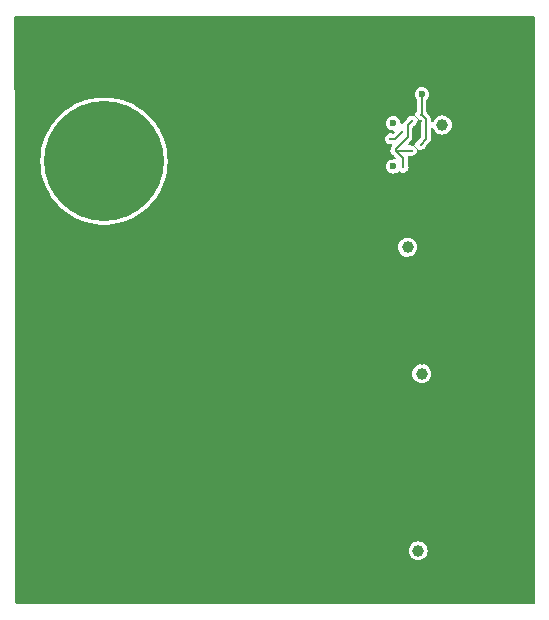
<source format=gbr>
%TF.GenerationSoftware,KiCad,Pcbnew,7.0.7*%
%TF.CreationDate,2024-02-20T21:30:14-08:00*%
%TF.ProjectId,GD_test,47445f74-6573-4742-9e6b-696361645f70,rev?*%
%TF.SameCoordinates,Original*%
%TF.FileFunction,Copper,L2,Bot*%
%TF.FilePolarity,Positive*%
%FSLAX46Y46*%
G04 Gerber Fmt 4.6, Leading zero omitted, Abs format (unit mm)*
G04 Created by KiCad (PCBNEW 7.0.7) date 2024-02-20 21:30:14*
%MOMM*%
%LPD*%
G01*
G04 APERTURE LIST*
%TA.AperFunction,ComponentPad*%
%ADD10C,10.160000*%
%TD*%
%TA.AperFunction,ViaPad*%
%ADD11C,1.000000*%
%TD*%
%TA.AperFunction,ViaPad*%
%ADD12C,0.600000*%
%TD*%
%TA.AperFunction,ViaPad*%
%ADD13C,0.300000*%
%TD*%
%TA.AperFunction,Conductor*%
%ADD14C,0.200000*%
%TD*%
%TA.AperFunction,Conductor*%
%ADD15C,0.100000*%
%TD*%
G04 APERTURE END LIST*
D10*
%TO.P,J6,1,Pin_1*%
%TO.N,GND*%
X111500000Y-96000000D03*
%TD*%
%TO.P,J5,1,Pin_1*%
%TO.N,+5V*%
X111500000Y-78500000D03*
%TD*%
D11*
%TO.N,Net-(U11-OUTH)*%
X138100000Y-111500000D03*
%TO.N,GND*%
X137800000Y-105500000D03*
X140900000Y-105500000D03*
D12*
X141600000Y-110600000D03*
X139800000Y-110600000D03*
X141000000Y-110600000D03*
X140400000Y-110600000D03*
X139200000Y-110600000D03*
X141600000Y-110000000D03*
X139800000Y-110000000D03*
X141000000Y-110000000D03*
X140400000Y-110000000D03*
X139200000Y-110000000D03*
X141600000Y-109400000D03*
X139800000Y-109400000D03*
X141000000Y-109400000D03*
X140400000Y-109400000D03*
X139200000Y-109400000D03*
X141600000Y-108800000D03*
X139800000Y-108800000D03*
X141000000Y-108800000D03*
X140400000Y-108800000D03*
X139200000Y-108800000D03*
X141600000Y-108200000D03*
X141000000Y-108200000D03*
X140400000Y-108200000D03*
X139800000Y-108200000D03*
X139200000Y-108200000D03*
X138300000Y-107100000D03*
X139000000Y-107100000D03*
X139700000Y-107100000D03*
X140400000Y-107100000D03*
X141100000Y-107100000D03*
X141800000Y-107100000D03*
X141800000Y-106500000D03*
X141100000Y-106500000D03*
X140400000Y-106500000D03*
X139700000Y-106500000D03*
X139000000Y-106500000D03*
X138300000Y-106500000D03*
D13*
%TO.N,+5V*%
X138300000Y-74600000D03*
D12*
X136000000Y-75300000D03*
D13*
X138300000Y-77100000D03*
D12*
X138400000Y-72850000D03*
X136000000Y-78950000D03*
D13*
%TO.N,GND*%
X140700000Y-77475000D03*
X138900000Y-97600000D03*
X139900000Y-77475000D03*
D11*
X125800000Y-115100000D03*
X133700000Y-81300000D03*
D13*
X133500000Y-75400000D03*
D11*
X131800000Y-70100000D03*
X120500000Y-85500000D03*
X113800000Y-70100000D03*
D13*
X130400000Y-109600000D03*
D11*
X104800000Y-88100000D03*
X125400000Y-78300000D03*
X104800000Y-67100000D03*
X104800000Y-100100000D03*
X124300000Y-73600000D03*
D13*
X138200000Y-86600000D03*
D11*
X137250000Y-84450000D03*
X126500000Y-110500000D03*
X104800000Y-70100000D03*
X104800000Y-73100000D03*
X121700000Y-79400000D03*
X120500000Y-94600000D03*
X120600000Y-78300000D03*
D13*
X131600000Y-97800000D03*
D11*
X121600000Y-95700000D03*
X121600000Y-105700000D03*
X143800000Y-100100000D03*
D13*
X138500000Y-99000000D03*
D11*
X125400000Y-90300000D03*
D12*
X129000000Y-83175000D03*
D13*
X135000000Y-109400000D03*
D11*
X140800000Y-112100000D03*
X146800000Y-88100000D03*
X143800000Y-103100000D03*
D13*
X136700000Y-98500000D03*
D11*
X104800000Y-106100000D03*
X140800000Y-85100000D03*
D13*
X139300000Y-99000000D03*
D11*
X125300000Y-95700000D03*
X107800000Y-109100000D03*
X134800000Y-70100000D03*
D13*
X140300000Y-77475000D03*
D11*
X143800000Y-112100000D03*
X126500000Y-89200000D03*
X134800000Y-91700000D03*
D13*
X140700000Y-76275000D03*
D12*
X136862500Y-96500000D03*
D11*
X143800000Y-67100000D03*
X120500000Y-106800000D03*
X110800000Y-88100000D03*
X135000000Y-82600000D03*
X140800000Y-94100000D03*
D13*
X131300000Y-87200000D03*
D11*
X143800000Y-70100000D03*
X126400000Y-85500000D03*
X125400000Y-79400000D03*
X122800000Y-67100000D03*
X120600000Y-79400000D03*
D13*
X133100000Y-75700000D03*
D11*
X137800000Y-100100000D03*
D13*
X140300000Y-76275000D03*
D11*
X120600000Y-100400000D03*
D13*
X141100000Y-76675000D03*
D11*
X107800000Y-103100000D03*
X125400000Y-111600000D03*
X146800000Y-67100000D03*
X125400000Y-74700000D03*
D13*
X130800000Y-109600000D03*
D11*
X126500000Y-79400000D03*
X113800000Y-103100000D03*
X116800000Y-112100000D03*
D12*
X129000000Y-105350000D03*
D13*
X130900000Y-86800000D03*
D11*
X121700000Y-100400000D03*
D13*
X138300000Y-80100000D03*
X130500000Y-86800000D03*
X139300000Y-98100000D03*
D11*
X143800000Y-94100000D03*
D13*
X133500000Y-85800000D03*
X130800000Y-98100000D03*
D11*
X125400000Y-89200000D03*
X126500000Y-100400000D03*
X122700000Y-105700000D03*
X129000000Y-90400000D03*
X128800000Y-112100000D03*
X146800000Y-82100000D03*
D13*
X132700000Y-86200000D03*
X133500000Y-108400000D03*
D11*
X125800000Y-67100000D03*
X134800000Y-100100000D03*
D13*
X135600000Y-97900000D03*
D11*
X119800000Y-115100000D03*
X121700000Y-73600000D03*
D13*
X138400000Y-87000000D03*
D11*
X121700000Y-111600000D03*
X140800000Y-67100000D03*
X126400000Y-95700000D03*
X126500000Y-111600000D03*
X107800000Y-70100000D03*
X120500000Y-95700000D03*
X107800000Y-106100000D03*
D13*
X137550000Y-79600000D03*
D11*
X104800000Y-97100000D03*
D13*
X138600000Y-86600000D03*
D11*
X116800000Y-106100000D03*
X140800000Y-91100000D03*
X140800000Y-97100000D03*
X113800000Y-106100000D03*
X146800000Y-91100000D03*
X140800000Y-103100000D03*
X140800000Y-73100000D03*
D13*
X137400000Y-86600000D03*
D11*
X122800000Y-115100000D03*
X125400000Y-110500000D03*
D13*
X138100000Y-97600000D03*
D11*
X131800000Y-67100000D03*
X107800000Y-115100000D03*
X113800000Y-115100000D03*
X125400000Y-100400000D03*
D13*
X133500000Y-97200000D03*
D11*
X125300000Y-105700000D03*
D13*
X137800000Y-86600000D03*
X130900000Y-76600000D03*
X133500000Y-75700000D03*
X133100000Y-96900000D03*
D11*
X122700000Y-94600000D03*
X104800000Y-103100000D03*
X134800000Y-89500000D03*
D13*
X133500000Y-108700000D03*
D12*
X132900000Y-107000000D03*
D13*
X130500000Y-87200000D03*
D11*
X146800000Y-76100000D03*
X146800000Y-97100000D03*
D12*
X133000000Y-83500000D03*
D13*
X131200000Y-109600000D03*
D11*
X126500000Y-78300000D03*
X126400000Y-105700000D03*
X143800000Y-79100000D03*
X110800000Y-109100000D03*
X146800000Y-115100000D03*
X124200000Y-94600000D03*
D13*
X135900000Y-110100000D03*
X138600000Y-87900000D03*
D11*
X126500000Y-90300000D03*
D13*
X132700000Y-108700000D03*
X133100000Y-97200000D03*
D11*
X121700000Y-74700000D03*
X104800000Y-91100000D03*
X116800000Y-109100000D03*
X120500000Y-84400000D03*
X122700000Y-84400000D03*
X121700000Y-89200000D03*
X137000000Y-112000000D03*
X124300000Y-100400000D03*
X125400000Y-99300000D03*
D13*
X137000000Y-87900000D03*
X131600000Y-98100000D03*
X137800000Y-87900000D03*
D11*
X117000000Y-87775000D03*
D12*
X133400000Y-95500000D03*
D11*
X116800000Y-67100000D03*
D12*
X129000000Y-108675000D03*
D11*
X124200000Y-105700000D03*
X116800000Y-103100000D03*
D12*
X134850000Y-78950000D03*
D13*
X131300000Y-76600000D03*
X133100000Y-85800000D03*
D11*
X120600000Y-73600000D03*
D13*
X136000000Y-87800000D03*
D11*
X104800000Y-94100000D03*
X121600000Y-85500000D03*
X104800000Y-82100000D03*
D13*
X133900000Y-96900000D03*
D12*
X129300000Y-94200000D03*
D11*
X143800000Y-76250000D03*
X143800000Y-73100000D03*
X129300000Y-101600000D03*
D13*
X131300000Y-86800000D03*
D11*
X120600000Y-111600000D03*
D12*
X136000000Y-85500000D03*
D11*
X107800000Y-88100000D03*
X137800000Y-115100000D03*
D13*
X138900000Y-99000000D03*
D11*
X146800000Y-103100000D03*
D13*
X137400000Y-87900000D03*
X138500000Y-97600000D03*
D12*
X134900000Y-75300000D03*
D11*
X146800000Y-85100000D03*
X146800000Y-70100000D03*
X126400000Y-94600000D03*
D13*
X141100000Y-76275000D03*
X133100000Y-108700000D03*
X141100000Y-77475000D03*
X132700000Y-75400000D03*
D11*
X104800000Y-109100000D03*
D12*
X129000000Y-86175000D03*
D11*
X104800000Y-79100000D03*
D13*
X138300000Y-77600000D03*
X132700000Y-85800000D03*
X139300000Y-98500000D03*
D12*
X129000000Y-72700000D03*
D11*
X140800000Y-115100000D03*
D13*
X130500000Y-76600000D03*
X139500000Y-77475000D03*
X131200000Y-109300000D03*
D12*
X137300000Y-72850000D03*
D11*
X125300000Y-106800000D03*
X134800000Y-103100000D03*
X110800000Y-103100000D03*
D13*
X130800000Y-109300000D03*
D11*
X104800000Y-76100000D03*
X146800000Y-106100000D03*
X126500000Y-73600000D03*
X146800000Y-100100000D03*
X125300000Y-84400000D03*
X120600000Y-90300000D03*
D13*
X133500000Y-86200000D03*
X130500000Y-76300000D03*
X138400000Y-87500000D03*
X133100000Y-86200000D03*
D11*
X120500000Y-105700000D03*
D12*
X134200000Y-74000000D03*
D13*
X131200000Y-98100000D03*
D11*
X122800000Y-90300000D03*
X128800000Y-115100000D03*
D12*
X137300000Y-81350000D03*
D11*
X140800000Y-88100000D03*
X115000000Y-87750000D03*
X140800000Y-70050000D03*
X120600000Y-99300000D03*
X124200000Y-84400000D03*
X146800000Y-109100000D03*
X116800000Y-115100000D03*
X137800000Y-91100000D03*
D13*
X138100000Y-99000000D03*
X130400000Y-109300000D03*
D11*
X125300000Y-85500000D03*
D13*
X133100000Y-75400000D03*
D11*
X138400000Y-95250000D03*
X110800000Y-70100000D03*
X124300000Y-90300000D03*
X137800000Y-103100000D03*
X113800000Y-112100000D03*
X134800000Y-67100000D03*
X122800000Y-111600000D03*
X143800000Y-97100000D03*
D12*
X129300000Y-97200000D03*
D13*
X141100000Y-77075000D03*
X135000000Y-77100000D03*
X138300000Y-75100000D03*
D11*
X122800000Y-100400000D03*
X107800000Y-85100000D03*
X134800000Y-115100000D03*
X137800000Y-67100000D03*
X146800000Y-112100000D03*
X116800000Y-91100000D03*
X110800000Y-115100000D03*
D13*
X133100000Y-108400000D03*
D11*
X110800000Y-112100000D03*
X140800000Y-100100000D03*
X143800000Y-106100000D03*
X121600000Y-106800000D03*
X110800000Y-67100000D03*
X146800000Y-73100000D03*
X124300000Y-111600000D03*
X121600000Y-84400000D03*
D13*
X137550000Y-77100000D03*
D11*
X134800000Y-94100000D03*
X120600000Y-74700000D03*
X120600000Y-89200000D03*
D13*
X135000000Y-77600000D03*
D11*
X116800000Y-70100000D03*
X122800000Y-79400000D03*
X126400000Y-84400000D03*
D13*
X131300000Y-76300000D03*
D11*
X131800000Y-115100000D03*
D13*
X139300000Y-97600000D03*
D11*
X120600000Y-110500000D03*
D12*
X132900000Y-74000000D03*
D11*
X107800000Y-112100000D03*
D13*
X135050000Y-87050500D03*
X132700000Y-108400000D03*
D12*
X129000000Y-75675000D03*
D11*
X134800000Y-112100000D03*
X146800000Y-94100000D03*
X116800000Y-100100000D03*
X141550000Y-75400000D03*
X104800000Y-115100000D03*
X143800000Y-115100000D03*
X104800000Y-85100000D03*
X121600000Y-94600000D03*
D13*
X130900000Y-87200000D03*
D11*
X113800000Y-109100000D03*
X129000000Y-80200000D03*
X143800000Y-85100000D03*
X140800000Y-82100000D03*
D13*
X137550000Y-74600000D03*
D11*
X143800000Y-82100000D03*
X143800000Y-91100000D03*
D13*
X133500000Y-96900000D03*
D11*
X137750000Y-70100000D03*
X110800000Y-106100000D03*
D12*
X136762500Y-107900000D03*
D11*
X126500000Y-74700000D03*
X113800000Y-67100000D03*
X125300000Y-94600000D03*
X119800000Y-67100000D03*
X125400000Y-73600000D03*
X126500000Y-99300000D03*
X122800000Y-73600000D03*
D13*
X131200000Y-97800000D03*
D11*
X113000000Y-87750000D03*
X124300000Y-79400000D03*
D13*
X130900000Y-76300000D03*
D11*
X107800000Y-67100000D03*
X128800000Y-67100000D03*
D13*
X132700000Y-75700000D03*
D11*
X143800000Y-109100000D03*
D13*
X130800000Y-97800000D03*
D11*
X121700000Y-90300000D03*
D13*
X138200000Y-87900000D03*
D11*
X126400000Y-106800000D03*
X121700000Y-110500000D03*
D13*
X133900000Y-97200000D03*
D11*
X104800000Y-112100000D03*
X121700000Y-99300000D03*
X121700000Y-78300000D03*
X146800000Y-79100000D03*
X143800000Y-88100000D03*
%TO.N,Net-(Q1-G)*%
X140135804Y-75441517D03*
D13*
%TO.N,/BUFF_OUT-*%
X136832155Y-79017845D03*
X136200500Y-77600000D03*
X137550000Y-75100000D03*
X137550000Y-77600000D03*
%TO.N,/BUFF_OUT+*%
X135750000Y-76600000D03*
X136759500Y-76000000D03*
D11*
%TO.N,Net-(Q2-G)*%
X137200000Y-85800000D03*
%TO.N,Net-(Q5-G)*%
X138400000Y-96500000D03*
%TD*%
D14*
%TO.N,+5V*%
X138750000Y-74913603D02*
X138436397Y-74600000D01*
X138750000Y-76650000D02*
X138750000Y-74913603D01*
X138400000Y-74500000D02*
X138300000Y-74600000D01*
X138300000Y-77100000D02*
X138750000Y-76650000D01*
X138400000Y-72850000D02*
X138400000Y-74500000D01*
X138436397Y-74600000D02*
X138300000Y-74600000D01*
D15*
%TO.N,GND*%
X138234314Y-75100000D02*
X137734314Y-74600000D01*
X137550000Y-77100000D02*
X137660000Y-77100000D01*
X137734314Y-74600000D02*
X137550000Y-74600000D01*
X138160000Y-77600000D02*
X138300000Y-77600000D01*
X137660000Y-77100000D02*
X138160000Y-77600000D01*
X138300000Y-75100000D02*
X138234314Y-75100000D01*
D14*
%TO.N,/BUFF_OUT-*%
X136200500Y-77600000D02*
X136832155Y-78231655D01*
X136832155Y-78231655D02*
X136832155Y-79017845D01*
X137200000Y-75700000D02*
X137209500Y-75709500D01*
X137400000Y-77600000D02*
X137550000Y-77600000D01*
X137550000Y-75100000D02*
X137200000Y-75450000D01*
X136200500Y-77499500D02*
X136200500Y-77600000D01*
X137200000Y-75450000D02*
X137200000Y-75700000D01*
X136200500Y-77600000D02*
X137550000Y-77600000D01*
X137209500Y-76490500D02*
X136200500Y-77499500D01*
X137209500Y-75709500D02*
X137209500Y-76490500D01*
%TO.N,/BUFF_OUT+*%
X135750000Y-76600000D02*
X136159500Y-76600000D01*
X136159500Y-76600000D02*
X136759500Y-76000000D01*
%TD*%
%TA.AperFunction,Conductor*%
%TO.N,GND*%
G36*
X138235228Y-75050500D02*
G01*
X138235232Y-75050500D01*
X138241429Y-75051391D01*
X138306010Y-75080883D01*
X138344395Y-75140608D01*
X138349500Y-75176109D01*
X138349500Y-76431916D01*
X138329498Y-76500037D01*
X138312595Y-76521011D01*
X138185598Y-76648008D01*
X138132002Y-76679809D01*
X138110930Y-76685996D01*
X138001951Y-76756032D01*
X137917118Y-76853937D01*
X137863302Y-76971776D01*
X137863301Y-76971780D01*
X137849411Y-77068388D01*
X137819918Y-77132969D01*
X137760192Y-77171352D01*
X137689197Y-77171352D01*
X137614778Y-77149501D01*
X137614774Y-77149500D01*
X137614772Y-77149500D01*
X137485228Y-77149500D01*
X137485225Y-77149500D01*
X137485222Y-77149501D01*
X137437444Y-77163529D01*
X137366447Y-77163527D01*
X137306722Y-77125142D01*
X137277231Y-77060560D01*
X137287337Y-76990286D01*
X137312849Y-76953542D01*
X137514983Y-76751409D01*
X137514983Y-76751408D01*
X137532706Y-76733686D01*
X137532706Y-76733685D01*
X137537550Y-76728842D01*
X137547533Y-76709245D01*
X137557867Y-76692383D01*
X137570796Y-76674590D01*
X137577594Y-76653665D01*
X137585161Y-76635399D01*
X137595145Y-76615806D01*
X137595145Y-76615805D01*
X137595146Y-76615804D01*
X137598587Y-76594070D01*
X137603201Y-76574852D01*
X137609999Y-76553933D01*
X137609999Y-76524617D01*
X137610000Y-76524592D01*
X137610000Y-75658583D01*
X137630002Y-75590462D01*
X137646902Y-75569490D01*
X137664401Y-75551991D01*
X137717999Y-75520190D01*
X137739069Y-75514004D01*
X137848049Y-75443967D01*
X137932882Y-75346063D01*
X137986697Y-75228226D01*
X138000588Y-75131609D01*
X138030080Y-75067031D01*
X138089806Y-75028647D01*
X138160802Y-75028647D01*
X138235228Y-75050500D01*
G37*
%TD.AperFunction*%
%TA.AperFunction,Conductor*%
G36*
X147942121Y-66220002D02*
G01*
X147988614Y-66273658D01*
X148000000Y-66326000D01*
X148000000Y-115874000D01*
X147979998Y-115942121D01*
X147926342Y-115988614D01*
X147874000Y-116000000D01*
X104125747Y-116000000D01*
X104057626Y-115979998D01*
X104011133Y-115926342D01*
X103999747Y-115874253D01*
X103999746Y-115874000D01*
X103990963Y-111500000D01*
X137294435Y-111500000D01*
X137314632Y-111679255D01*
X137314633Y-111679257D01*
X137374211Y-111849522D01*
X137374212Y-111849525D01*
X137470182Y-112002260D01*
X137470183Y-112002262D01*
X137597737Y-112129816D01*
X137597739Y-112129817D01*
X137750474Y-112225787D01*
X137750475Y-112225787D01*
X137750478Y-112225789D01*
X137920745Y-112285368D01*
X138100000Y-112305565D01*
X138279255Y-112285368D01*
X138449522Y-112225789D01*
X138602262Y-112129816D01*
X138729816Y-112002262D01*
X138825789Y-111849522D01*
X138885368Y-111679255D01*
X138905565Y-111500000D01*
X138885368Y-111320745D01*
X138825789Y-111150478D01*
X138825787Y-111150475D01*
X138825787Y-111150474D01*
X138729817Y-110997739D01*
X138729816Y-110997737D01*
X138602262Y-110870183D01*
X138602260Y-110870182D01*
X138449525Y-110774212D01*
X138449522Y-110774211D01*
X138449522Y-110774210D01*
X138279255Y-110714632D01*
X138100000Y-110694435D01*
X137920745Y-110714632D01*
X137920742Y-110714632D01*
X137920742Y-110714633D01*
X137750477Y-110774211D01*
X137750474Y-110774212D01*
X137597739Y-110870182D01*
X137597737Y-110870183D01*
X137470183Y-110997737D01*
X137470182Y-110997739D01*
X137374212Y-111150474D01*
X137374211Y-111150477D01*
X137374211Y-111150478D01*
X137314632Y-111320745D01*
X137294435Y-111500000D01*
X103990963Y-111500000D01*
X103960843Y-96500000D01*
X137594435Y-96500000D01*
X137614632Y-96679255D01*
X137614633Y-96679257D01*
X137674211Y-96849522D01*
X137674212Y-96849525D01*
X137770182Y-97002260D01*
X137770183Y-97002262D01*
X137897737Y-97129816D01*
X137897739Y-97129817D01*
X138050474Y-97225787D01*
X138050475Y-97225787D01*
X138050478Y-97225789D01*
X138220745Y-97285368D01*
X138400000Y-97305565D01*
X138579255Y-97285368D01*
X138749522Y-97225789D01*
X138902262Y-97129816D01*
X139029816Y-97002262D01*
X139125789Y-96849522D01*
X139185368Y-96679255D01*
X139205565Y-96500000D01*
X139185368Y-96320745D01*
X139125789Y-96150478D01*
X139125787Y-96150475D01*
X139125787Y-96150474D01*
X139029817Y-95997739D01*
X139029816Y-95997737D01*
X138902262Y-95870183D01*
X138902260Y-95870182D01*
X138749525Y-95774212D01*
X138749522Y-95774211D01*
X138579255Y-95714632D01*
X138400000Y-95694435D01*
X138220745Y-95714632D01*
X138220742Y-95714632D01*
X138220742Y-95714633D01*
X138050477Y-95774211D01*
X138050474Y-95774212D01*
X137897739Y-95870182D01*
X137897737Y-95870183D01*
X137770183Y-95997737D01*
X137770182Y-95997739D01*
X137674212Y-96150474D01*
X137674211Y-96150477D01*
X137674211Y-96150478D01*
X137614632Y-96320745D01*
X137594435Y-96500000D01*
X103960843Y-96500000D01*
X103940975Y-86605564D01*
X103939357Y-85800000D01*
X136394435Y-85800000D01*
X136414632Y-85979255D01*
X136414633Y-85979257D01*
X136474211Y-86149522D01*
X136474212Y-86149525D01*
X136570182Y-86302260D01*
X136570183Y-86302262D01*
X136697737Y-86429816D01*
X136697739Y-86429817D01*
X136850474Y-86525787D01*
X136850475Y-86525787D01*
X136850478Y-86525789D01*
X137020745Y-86585368D01*
X137200000Y-86605565D01*
X137379255Y-86585368D01*
X137549522Y-86525789D01*
X137702262Y-86429816D01*
X137829816Y-86302262D01*
X137925789Y-86149522D01*
X137985368Y-85979255D01*
X138005565Y-85800000D01*
X137985368Y-85620745D01*
X137925789Y-85450478D01*
X137925787Y-85450475D01*
X137925787Y-85450474D01*
X137829817Y-85297739D01*
X137829816Y-85297737D01*
X137702262Y-85170183D01*
X137702260Y-85170182D01*
X137549525Y-85074212D01*
X137549522Y-85074211D01*
X137549521Y-85074210D01*
X137379255Y-85014632D01*
X137200000Y-84994435D01*
X137020745Y-85014632D01*
X137020742Y-85014632D01*
X137020742Y-85014633D01*
X136850477Y-85074211D01*
X136850474Y-85074212D01*
X136697739Y-85170182D01*
X136697737Y-85170183D01*
X136570183Y-85297737D01*
X136570182Y-85297739D01*
X136474212Y-85450474D01*
X136474211Y-85450477D01*
X136474211Y-85450478D01*
X136414632Y-85620745D01*
X136394435Y-85800000D01*
X103939357Y-85800000D01*
X103924699Y-78500000D01*
X106114648Y-78500000D01*
X106134049Y-78956710D01*
X106153264Y-79106762D01*
X106192111Y-79410132D01*
X106192111Y-79410133D01*
X106288417Y-79856991D01*
X106422270Y-80294067D01*
X106592712Y-80718229D01*
X106798514Y-81126412D01*
X107038182Y-81515657D01*
X107038181Y-81515657D01*
X107038184Y-81515661D01*
X107310004Y-81883186D01*
X107310006Y-81883188D01*
X107310006Y-81883189D01*
X107612014Y-82226336D01*
X107942037Y-82542638D01*
X108297691Y-82829808D01*
X108676421Y-83085784D01*
X108676425Y-83085786D01*
X108676424Y-83085786D01*
X108792187Y-83150455D01*
X109075494Y-83308720D01*
X109492037Y-83497009D01*
X109733546Y-83582339D01*
X109923042Y-83649293D01*
X109923041Y-83649292D01*
X109923046Y-83649294D01*
X110365418Y-83764479D01*
X110365421Y-83764479D01*
X110365427Y-83764481D01*
X110815957Y-83841732D01*
X110815959Y-83841732D01*
X110815964Y-83841733D01*
X111271439Y-83880500D01*
X111728561Y-83880500D01*
X112184036Y-83841733D01*
X112184040Y-83841732D01*
X112184043Y-83841732D01*
X112634573Y-83764481D01*
X112634578Y-83764479D01*
X112634582Y-83764479D01*
X113076954Y-83649294D01*
X113076958Y-83649292D01*
X113076958Y-83649293D01*
X113266453Y-83582339D01*
X113507963Y-83497009D01*
X113924506Y-83308720D01*
X114207812Y-83150454D01*
X114323576Y-83085786D01*
X114323575Y-83085786D01*
X114323579Y-83085784D01*
X114702309Y-82829808D01*
X115057963Y-82542638D01*
X115099126Y-82503186D01*
X115387988Y-82226334D01*
X115587135Y-82000058D01*
X115689994Y-81883189D01*
X115689994Y-81883188D01*
X115689996Y-81883186D01*
X115961816Y-81515661D01*
X115961815Y-81515661D01*
X115961819Y-81515657D01*
X115961818Y-81515657D01*
X116201486Y-81126412D01*
X116407288Y-80718229D01*
X116577730Y-80294067D01*
X116711583Y-79856991D01*
X116807889Y-79410133D01*
X116807889Y-79410132D01*
X116846736Y-79106762D01*
X116865951Y-78956710D01*
X116885352Y-78500000D01*
X116865951Y-78043290D01*
X116807889Y-77589871D01*
X116807889Y-77589868D01*
X116807889Y-77589867D01*
X116711583Y-77143009D01*
X116577730Y-76705933D01*
X116575509Y-76700407D01*
X116535162Y-76600000D01*
X135294867Y-76600000D01*
X135313303Y-76728226D01*
X135367118Y-76846063D01*
X135451951Y-76943967D01*
X135560931Y-77014004D01*
X135685228Y-77050500D01*
X135685232Y-77050500D01*
X135778917Y-77050500D01*
X135847038Y-77070502D01*
X135893531Y-77124158D01*
X135903635Y-77194432D01*
X135877188Y-77252338D01*
X135878281Y-77253132D01*
X135874364Y-77258523D01*
X135874141Y-77259012D01*
X135873541Y-77259656D01*
X135872450Y-77261158D01*
X135862462Y-77280758D01*
X135852140Y-77297602D01*
X135839204Y-77315409D01*
X135834701Y-77324247D01*
X135833859Y-77323818D01*
X135821494Y-77345716D01*
X135822490Y-77346356D01*
X135817617Y-77353938D01*
X135763804Y-77471770D01*
X135763803Y-77471773D01*
X135763803Y-77471774D01*
X135745367Y-77600000D01*
X135763803Y-77728226D01*
X135817618Y-77846063D01*
X135902451Y-77943967D01*
X136011431Y-78014004D01*
X136032500Y-78020190D01*
X136086099Y-78051992D01*
X136173332Y-78139225D01*
X136207358Y-78201537D01*
X136202293Y-78272352D01*
X136159746Y-78329188D01*
X136093226Y-78353999D01*
X136067792Y-78353242D01*
X136000002Y-78344318D01*
X136000000Y-78344318D01*
X135843239Y-78364955D01*
X135697160Y-78425463D01*
X135697157Y-78425465D01*
X135571718Y-78521718D01*
X135475465Y-78647157D01*
X135475463Y-78647160D01*
X135414955Y-78793239D01*
X135394318Y-78949999D01*
X135394318Y-78950000D01*
X135414955Y-79106760D01*
X135431238Y-79146069D01*
X135475464Y-79252841D01*
X135571718Y-79378282D01*
X135697159Y-79474536D01*
X135843238Y-79535044D01*
X136000000Y-79555682D01*
X136156762Y-79535044D01*
X136302841Y-79474536D01*
X136417908Y-79386242D01*
X136484126Y-79360643D01*
X136553675Y-79374908D01*
X136562730Y-79380208D01*
X136609295Y-79410133D01*
X136643086Y-79431849D01*
X136767383Y-79468345D01*
X136767387Y-79468345D01*
X136896923Y-79468345D01*
X136896927Y-79468345D01*
X137021224Y-79431849D01*
X137130204Y-79361812D01*
X137215037Y-79263908D01*
X137268852Y-79146071D01*
X137287288Y-79017845D01*
X137268852Y-78889619D01*
X137244040Y-78835290D01*
X137232655Y-78782949D01*
X137232655Y-78168222D01*
X137231939Y-78163703D01*
X137241036Y-78093292D01*
X137286757Y-78038977D01*
X137354584Y-78018002D01*
X137391884Y-78023093D01*
X137475232Y-78047565D01*
X137485228Y-78050500D01*
X137485232Y-78050500D01*
X137614768Y-78050500D01*
X137614772Y-78050500D01*
X137739069Y-78014004D01*
X137848049Y-77943967D01*
X137932882Y-77846063D01*
X137986697Y-77728226D01*
X138000588Y-77631609D01*
X138030080Y-77567031D01*
X138089806Y-77528647D01*
X138160802Y-77528647D01*
X138235228Y-77550500D01*
X138235232Y-77550500D01*
X138364768Y-77550500D01*
X138364772Y-77550500D01*
X138489069Y-77514004D01*
X138598049Y-77443967D01*
X138682882Y-77346063D01*
X138726019Y-77251604D01*
X138751533Y-77214857D01*
X139055483Y-76910909D01*
X139055483Y-76910908D01*
X139073206Y-76893186D01*
X139073206Y-76893185D01*
X139078050Y-76888342D01*
X139088033Y-76868745D01*
X139098367Y-76851883D01*
X139111296Y-76834090D01*
X139118094Y-76813163D01*
X139125659Y-76794902D01*
X139135646Y-76775304D01*
X139139088Y-76753569D01*
X139143700Y-76734360D01*
X139150500Y-76713433D01*
X139150500Y-76586567D01*
X139150500Y-75790969D01*
X139170502Y-75722848D01*
X139224158Y-75676355D01*
X139294432Y-75666251D01*
X139359012Y-75695745D01*
X139395427Y-75749350D01*
X139404568Y-75775471D01*
X139410017Y-75791044D01*
X139505986Y-75943777D01*
X139505987Y-75943779D01*
X139633541Y-76071333D01*
X139633543Y-76071334D01*
X139786278Y-76167304D01*
X139786279Y-76167304D01*
X139786282Y-76167306D01*
X139956549Y-76226885D01*
X140135804Y-76247082D01*
X140315059Y-76226885D01*
X140485326Y-76167306D01*
X140638066Y-76071333D01*
X140765620Y-75943779D01*
X140861593Y-75791039D01*
X140921172Y-75620772D01*
X140941369Y-75441517D01*
X140921172Y-75262262D01*
X140861593Y-75091995D01*
X140861591Y-75091992D01*
X140861591Y-75091991D01*
X140765621Y-74939256D01*
X140765620Y-74939254D01*
X140638066Y-74811700D01*
X140638064Y-74811699D01*
X140485329Y-74715729D01*
X140485326Y-74715728D01*
X140473875Y-74711721D01*
X140315059Y-74656149D01*
X140135804Y-74635952D01*
X139956549Y-74656149D01*
X139956546Y-74656149D01*
X139956546Y-74656150D01*
X139786281Y-74715728D01*
X139786278Y-74715729D01*
X139633543Y-74811699D01*
X139633541Y-74811700D01*
X139505987Y-74939254D01*
X139505986Y-74939256D01*
X139410016Y-75091991D01*
X139410015Y-75091994D01*
X139395429Y-75133679D01*
X139354051Y-75191371D01*
X139288050Y-75217533D01*
X139218383Y-75203860D01*
X139167167Y-75154693D01*
X139150500Y-75092064D01*
X139150500Y-74850170D01*
X139143703Y-74829253D01*
X139139086Y-74810020D01*
X139135646Y-74788299D01*
X139135646Y-74788298D01*
X139125658Y-74768695D01*
X139118092Y-74750429D01*
X139111296Y-74729515D01*
X139111295Y-74729512D01*
X139098369Y-74711721D01*
X139088038Y-74694863D01*
X139078050Y-74675261D01*
X139074141Y-74671352D01*
X139057419Y-74654630D01*
X139057410Y-74654620D01*
X138837404Y-74434613D01*
X138803379Y-74372301D01*
X138800500Y-74345518D01*
X138800500Y-73357259D01*
X138820502Y-73289138D01*
X138826538Y-73280555D01*
X138861095Y-73235519D01*
X138924536Y-73152841D01*
X138985044Y-73006762D01*
X139005682Y-72850000D01*
X138985044Y-72693238D01*
X138924536Y-72547159D01*
X138828282Y-72421718D01*
X138702841Y-72325464D01*
X138556762Y-72264956D01*
X138556760Y-72264955D01*
X138400000Y-72244318D01*
X138243239Y-72264955D01*
X138097160Y-72325463D01*
X138097157Y-72325465D01*
X137971718Y-72421718D01*
X137875465Y-72547157D01*
X137875463Y-72547160D01*
X137814955Y-72693239D01*
X137794318Y-72849999D01*
X137794318Y-72850000D01*
X137814955Y-73006760D01*
X137875463Y-73152839D01*
X137875468Y-73152847D01*
X137973462Y-73280555D01*
X137999063Y-73346775D01*
X137999500Y-73357259D01*
X137999500Y-74211866D01*
X137979498Y-74279987D01*
X137968726Y-74294377D01*
X137917118Y-74353937D01*
X137863302Y-74471776D01*
X137863301Y-74471780D01*
X137849411Y-74568388D01*
X137819918Y-74632969D01*
X137760192Y-74671352D01*
X137689197Y-74671352D01*
X137614778Y-74649501D01*
X137614774Y-74649500D01*
X137614772Y-74649500D01*
X137485228Y-74649500D01*
X137485225Y-74649500D01*
X137485223Y-74649501D01*
X137360933Y-74685995D01*
X137360926Y-74685998D01*
X137251948Y-74756033D01*
X137167121Y-74853932D01*
X137167117Y-74853937D01*
X137123981Y-74948390D01*
X137098464Y-74985141D01*
X136894516Y-75189091D01*
X136894515Y-75189090D01*
X136894512Y-75189095D01*
X136871953Y-75211653D01*
X136871950Y-75211658D01*
X136861962Y-75231258D01*
X136851640Y-75248102D01*
X136838704Y-75265909D01*
X136834201Y-75274747D01*
X136830768Y-75272998D01*
X136800309Y-75316236D01*
X136734533Y-75342957D01*
X136664752Y-75329875D01*
X136613121Y-75281143D01*
X136596997Y-75234037D01*
X136585044Y-75143238D01*
X136524536Y-74997159D01*
X136428282Y-74871718D01*
X136302841Y-74775464D01*
X136298501Y-74773666D01*
X136156760Y-74714955D01*
X136000000Y-74694318D01*
X135843239Y-74714955D01*
X135697160Y-74775463D01*
X135697157Y-74775465D01*
X135571718Y-74871718D01*
X135475465Y-74997157D01*
X135475463Y-74997160D01*
X135414955Y-75143239D01*
X135394318Y-75299999D01*
X135394318Y-75300000D01*
X135414955Y-75456760D01*
X135468487Y-75585996D01*
X135475464Y-75602841D01*
X135571718Y-75728282D01*
X135697159Y-75824536D01*
X135843238Y-75885044D01*
X136000000Y-75905682D01*
X136000000Y-75905681D01*
X136000670Y-75905770D01*
X136065597Y-75934492D01*
X136104689Y-75993757D01*
X136105534Y-76064749D01*
X136073319Y-76119787D01*
X136044530Y-76148576D01*
X135982218Y-76182602D01*
X135919939Y-76180378D01*
X135844197Y-76158140D01*
X135814772Y-76149500D01*
X135685228Y-76149500D01*
X135685225Y-76149500D01*
X135685223Y-76149501D01*
X135560933Y-76185995D01*
X135560926Y-76185998D01*
X135451951Y-76256032D01*
X135429649Y-76281771D01*
X135367118Y-76353937D01*
X135313303Y-76471774D01*
X135294867Y-76600000D01*
X116535162Y-76600000D01*
X116467621Y-76431916D01*
X116407288Y-76281771D01*
X116340598Y-76149500D01*
X116201488Y-75873591D01*
X115961818Y-75484343D01*
X115961819Y-75484343D01*
X115867056Y-75356215D01*
X115689996Y-75116814D01*
X115689994Y-75116811D01*
X115483407Y-74882083D01*
X115387988Y-74773666D01*
X115261772Y-74652697D01*
X115057963Y-74457362D01*
X114702309Y-74170192D01*
X114323579Y-73914216D01*
X114323575Y-73914214D01*
X114323576Y-73914214D01*
X114207812Y-73849544D01*
X113924506Y-73691280D01*
X113507963Y-73502991D01*
X113266453Y-73417660D01*
X113076958Y-73350707D01*
X113076954Y-73350706D01*
X112634582Y-73235521D01*
X112634578Y-73235520D01*
X112634573Y-73235519D01*
X112184043Y-73158268D01*
X112184040Y-73158267D01*
X112184036Y-73158267D01*
X111728561Y-73119500D01*
X111271439Y-73119500D01*
X110815964Y-73158267D01*
X110815959Y-73158267D01*
X110815957Y-73158268D01*
X110365427Y-73235519D01*
X110365421Y-73235520D01*
X110365418Y-73235521D01*
X109923046Y-73350706D01*
X109923041Y-73350707D01*
X109923042Y-73350707D01*
X109733546Y-73417660D01*
X109492037Y-73502991D01*
X109075494Y-73691280D01*
X108792187Y-73849545D01*
X108676424Y-73914214D01*
X108676425Y-73914214D01*
X108676421Y-73914216D01*
X108297690Y-74170191D01*
X108297691Y-74170192D01*
X107942037Y-74457362D01*
X107612014Y-74773663D01*
X107310006Y-75116811D01*
X107310004Y-75116814D01*
X107132944Y-75356215D01*
X107038181Y-75484343D01*
X107038182Y-75484343D01*
X106798512Y-75873591D01*
X106659402Y-76149500D01*
X106592712Y-76281771D01*
X106532379Y-76431916D01*
X106424491Y-76700407D01*
X106422270Y-76705933D01*
X106288417Y-77143009D01*
X106192111Y-77589867D01*
X106192111Y-77589868D01*
X106192111Y-77589871D01*
X106134049Y-78043290D01*
X106114648Y-78500000D01*
X103924699Y-78500000D01*
X103900254Y-66326253D01*
X103920119Y-66258092D01*
X103973682Y-66211492D01*
X104026254Y-66200000D01*
X147874000Y-66200000D01*
X147942121Y-66220002D01*
G37*
%TD.AperFunction*%
%TD*%
M02*

</source>
